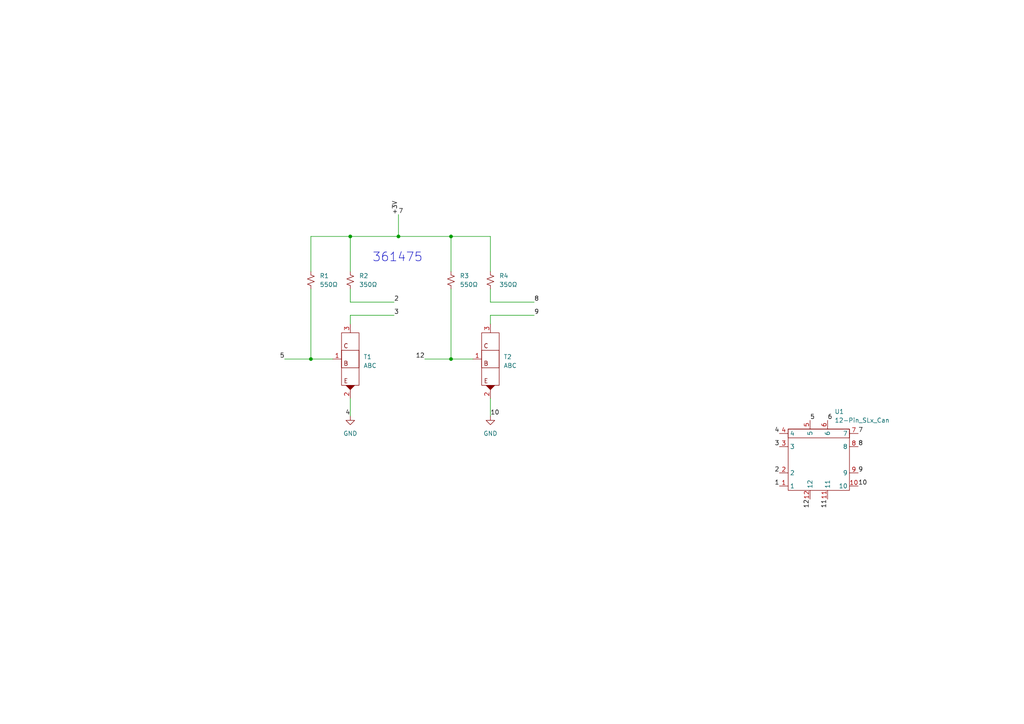
<source format=kicad_sch>
(kicad_sch (version 20211123) (generator eeschema)
  (paper "A4")
  (lib_symbols
    (symbol "Device:R_Small_US" (pin_numbers hide) (pin_names (offset 0.254) hide)
      (property "Reference" "R" (at 0.762 0.508 0))
      (property "Value" "R_Small_US" (at 0.762 -1.016 0))
      (symbol "R_Small_US_1_1"
        (polyline (pts (xy 0 0) (xy 1.016 -0.381) (xy 0 -0.762) (xy -1.016 -1.143) (xy 0 -1.524)))
        (polyline (pts (xy 0 1.524) (xy 1.016 1.143) (xy 0 0.762) (xy -1.016 0.381) (xy 0 0)))
        (pin passive line (at 0 2.54 270) (length 1.016) (name "~") (number "1"))
        (pin passive line (at 0 -2.54 90) (length 1.016) (name "~") (number "2"))
      )
    )
    (symbol "IBM_SLT-SLD:12-Pin_SLx_Can"
      (property "Reference" "U" (at 0 -2.54 0))
      (property "Value" "12-Pin_SLx_Can" (at 0 0 0))
      (symbol "12-Pin_SLx_Can_0_1"
        (rectangle (start -8.89 8.89) (end 8.89 -8.89))
        (rectangle (start -8.89 8.89) (end 8.89 6.35))
      )
      (symbol "12-Pin_SLx_Can_1_1"
        (pin passive line (at -11.43 -7.62 0) (length 2.54) (name "1") (number "1"))
        (pin passive line (at 11.43 -7.62 180) (length 2.54) (name "10") (number "10"))
        (pin passive line (at 2.54 -11.43 90) (length 2.54) (name "11") (number "11"))
        (pin passive line (at -2.54 -11.43 90) (length 2.54) (name "12") (number "12"))
        (pin passive line (at -11.43 -3.81 0) (length 2.54) (name "2") (number "2"))
        (pin passive line (at -11.43 3.81 0) (length 2.54) (name "3") (number "3"))
        (pin passive line (at -11.43 7.62 0) (length 2.54) (name "4") (number "4"))
        (pin passive line (at -2.54 11.43 270) (length 2.54) (name "5") (number "5"))
        (pin passive line (at 2.54 11.43 270) (length 2.54) (name "6") (number "6"))
        (pin passive line (at 11.43 7.62 180) (length 2.54) (name "7") (number "7"))
        (pin passive line (at 11.43 3.81 180) (length 2.54) (name "8") (number "8"))
        (pin passive line (at 11.43 -3.81 180) (length 2.54) (name "9") (number "9"))
      )
    )
    (symbol "IBM_SLT-SLD:IBM_Transistor"
      (property "Reference" "T" (at 0 5.08 0))
      (property "Value" "IBM_Transistor" (at 7.62 8.89 0))
      (symbol "IBM_Transistor_0_0"
        (text "B" (at -1.27 -1.27 0) (effects (font (size 1.27 1.27))))
        (text "C" (at -1.27 3.81 0) (effects (font (size 1.27 1.27))))
        (text "E" (at -1.27 -6.35 0) (effects (font (size 1.27 1.27))))
      )
      (symbol "IBM_Transistor_0_1"
        (rectangle (start -2.54 2.54) (end 2.54 -2.54))
        (rectangle (start -2.54 7.62) (end 2.54 -7.62))
        (polyline (pts (xy -1.27 -7.62) (xy 0 -8.89) (xy 1.27 -7.62)) (fill (type outline)))
      )
      (symbol "IBM_Transistor_1_1"
        (pin passive line (at -5.08 0 0) (length 2.54) (name "B") (number "1"))
        (pin passive line (at 0 -11.43 90) (length 2.54) (name "E") (number "2"))
        (pin passive line (at 0 10.16 270) (length 2.54) (name "C") (number "3"))
      )
    )
    (symbol "power:GND" (power) (pin_names (offset 0))
      (property "Value" "GND" (at 0 -3.81 0))
      (symbol "GND_0_1"
        (polyline (pts (xy 0 0) (xy 0 -1.27) (xy 1.27 -1.27) (xy 0 -2.54) (xy -1.27 -1.27) (xy 0 -1.27)))
      )
      (symbol "GND_1_1"
        (pin power_in line (at 0 0 270) (length 0) hide (name "GND") (number "1"))
      )
    )
  )
  (junction (at 101.6 68.58))
  (junction (at 130.81 104.14))
  (junction (at 115.57 68.58))
  (junction (at 130.81 68.58))
  (junction (at 90.17 104.14))
  (wire (pts (xy 142.24 87.63) (xy 154.94 87.63)))
  (wire (pts (xy 90.17 104.14) (xy 96.52 104.14)))
  (wire (pts (xy 130.81 104.14) (xy 137.16 104.14)))
  (wire (pts (xy 101.6 68.58) (xy 115.57 68.58)))
  (wire (pts (xy 90.17 83.82) (xy 90.17 104.14)))
  (wire (pts (xy 101.6 91.44) (xy 114.3 91.44)))
  (wire (pts (xy 130.81 83.82) (xy 130.81 104.14)))
  (wire (pts (xy 123.19 104.14) (xy 130.81 104.14)))
  (wire (pts (xy 142.24 91.44) (xy 154.94 91.44)))
  (wire (pts (xy 90.17 68.58) (xy 101.6 68.58)))
  (wire (pts (xy 130.81 68.58) (xy 130.81 78.74)))
  (wire (pts (xy 101.6 93.98) (xy 101.6 91.44)))
  (wire (pts (xy 130.81 68.58) (xy 142.24 68.58)))
  (wire (pts (xy 90.17 78.74) (xy 90.17 68.58)))
  (wire (pts (xy 115.57 62.23) (xy 115.57 68.58)))
  (wire (pts (xy 115.57 68.58) (xy 130.81 68.58)))
  (wire (pts (xy 142.24 83.82) (xy 142.24 87.63)))
  (wire (pts (xy 101.6 87.63) (xy 114.3 87.63)))
  (wire (pts (xy 142.24 115.57) (xy 142.24 120.65)))
  (wire (pts (xy 101.6 83.82) (xy 101.6 87.63)))
  (wire (pts (xy 101.6 68.58) (xy 101.6 78.74)))
  (wire (pts (xy 82.55 104.14) (xy 90.17 104.14)))
  (wire (pts (xy 142.24 93.98) (xy 142.24 91.44)))
  (wire (pts (xy 101.6 115.57) (xy 101.6 120.65)))
  (wire (pts (xy 142.24 68.58) (xy 142.24 78.74)))
  (text "361475" (at 107.95 76.2 0) (effects (font (size 2.54 2.54)) (justify left bottom)))
  (label "8" (at 154.94 87.63 0))
  (label "9" (at 248.92 137.16 0))
  (label "7" (at 248.92 125.73 0))
  (label "5" (at 82.55 104.14 180))
  (label "5" (at 234.95 121.92 0))
  (label "11" (at 240.03 144.78 270))
  (label "7" (at 115.57 62.23 0))
  (label "12" (at 123.19 104.14 180))
  (label "2" (at 114.3 87.63 0))
  (label "4" (at 226.06 125.73 180))
  (label "10" (at 248.92 140.97 0))
  (label "3" (at 226.06 129.54 180))
  (label "8" (at 248.92 129.54 0))
  (label "1" (at 226.06 140.97 180))
  (label "12" (at 234.95 144.78 270))
  (label "4" (at 101.6 120.65 180))
  (label "3" (at 114.3 91.44 0))
  (label "2" (at 226.06 137.16 180))
  (label "+3V" (at 115.57 62.23 90))
  (label "9" (at 154.94 91.44 0))
  (label "6" (at 240.03 121.92 0))
  (label "10" (at 142.24 120.65 0))
  (symbol (lib_id "IBM_SLT-SLD:IBM_Transistor") (at 142.24 104.14 0) (unit 1)
    (property "Reference" "T2" (at 146.05 103.5049 0) (effects (justify left)))
    (property "Value" "ABC" (at 146.05 106.0449 0) (effects (justify left)))
  )
  (symbol (lib_id "power:GND") (at 101.6 120.65 0) (unit 1)
    (property "Reference" "#PWR0102" (effects hide))
    (property "Value" "GND" (at 101.6 125.73 0))
  )
  (symbol (lib_id "Device:R_Small_US") (at 90.17 81.28 0) (unit 1)
    (property "Reference" "R1" (at 92.71 80.0099 0) (effects (justify left)))
    (property "Value" "550Ω" (at 92.71 82.5499 0) (effects (justify left)))
    (property "Footprint" "Resistor_SMD:R_0201_0603Metric" (effects hide))
  )
  (symbol (lib_id "Device:R_Small_US") (at 130.81 81.28 0) (unit 1)
    (property "Reference" "R3" (at 133.35 80.0099 0) (effects (justify left)))
    (property "Value" "550Ω" (at 133.35 82.5499 0) (effects (justify left)))
    (property "Footprint" "Resistor_SMD:R_0201_0603Metric" (effects hide))
  )
  (symbol (lib_id "IBM_SLT-SLD:12-Pin_SLx_Can") (at 237.49 133.35 0) (unit 1)
    (property "Reference" "U1" (at 242.0494 119.38 0) (effects (justify left)))
    (property "Value" "12-Pin_SLx_Can" (at 242.0494 121.92 0) (effects (justify left)))
    (property "Footprint" "IBM_SLT-SLD:12-Pin_SLx_Can" (effects hide))
  )
  (symbol (lib_id "IBM_SLT-SLD:IBM_Transistor") (at 101.6 104.14 0) (unit 1)
    (property "Reference" "T1" (at 105.41 103.5049 0) (effects (justify left)))
    (property "Value" "ABC" (at 105.41 106.0449 0) (effects (justify left)))
  )
  (symbol (lib_id "Device:R_Small_US") (at 101.6 81.28 0) (unit 1)
    (property "Reference" "R2" (at 104.14 80.0099 0) (effects (justify left)))
    (property "Value" "350Ω" (at 104.14 82.5499 0) (effects (justify left)))
    (property "Footprint" "Resistor_SMD:R_0201_0603Metric" (effects hide))
  )
  (symbol (lib_id "Device:R_Small_US") (at 142.24 81.28 0) (unit 1)
    (property "Reference" "R4" (at 144.78 80.0099 0) (effects (justify left)))
    (property "Value" "350Ω" (at 144.78 82.5499 0) (effects (justify left)))
    (property "Footprint" "Resistor_SMD:R_0201_0603Metric" (effects hide))
  )
  (symbol (lib_id "power:GND") (at 142.24 120.65 0) (unit 1)
    (property "Reference" "#PWR?" (effects hide))
    (property "Value" "GND" (at 142.24 125.73 0))
  )
)
</source>
